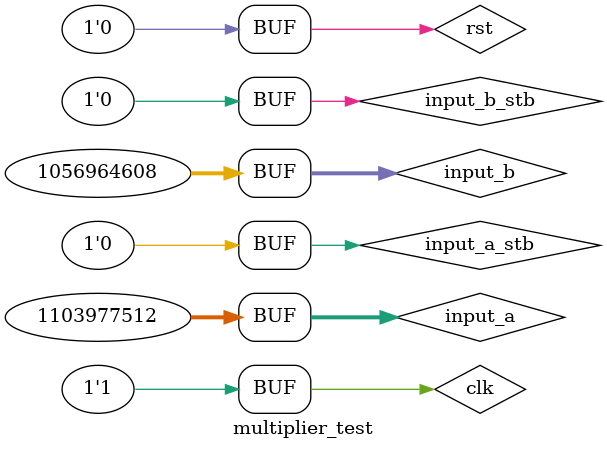
<source format=v>
`timescale 1ns / 1ps


module multiplier_test;

	// Inputs
	reg [31:0] input_a;
	reg input_a_stb;
	reg [31:0] input_b;
	reg input_b_stb;
	reg clk;
	reg rst;

	// Outputs
	wire [31:0] output_z;
	wire output_z_stb;

	// Instantiate the Unit Under Test (UUT)
	multiplier uut (
		.input_a(input_a), 
		.input_a_stb(input_a_stb), 
		.input_b(input_b), 
		.input_b_stb(input_b_stb),    
		.output_z(output_z), 
		.output_z_stb(output_z_stb),     
		.clk(clk), 
		.rst(rst)
	);   
always
begin    
#10 clk = 0;             
#10 clk = 1;   
end
   
	initial begin
		// Initialize Inputs
		input_a = 0;   
		input_a_stb = 0;
		input_b = 0;
		input_b_stb = 0;         
		clk = 0;    
		rst = 0;
		#20 rst = 1'b1;
		#20 rst = 0;
		#20 input_a_stb = 1'b1 ;input_b_stb = 1'b1;input_a= 32'b01000001110011010101110000101000;input_b =32'b00111111000000000000000000000000;
		#20 input_a_stb = 1'b0 ;input_b_stb = 1'b1;
		#20 input_b_stb = 1'b0;

	end
      
endmodule


</source>
